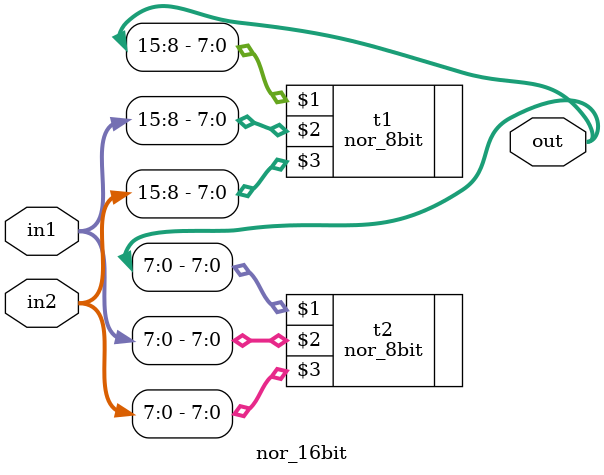
<source format=v>
module nor_16bit(out,in1,in2);
input [15:0] in1, in2;
output [15:0] out;

nor_8bit t1(out[15:8], in1[15:8], in2[15:8]);
nor_8bit t2(out[7:0], in1[7:0], in2[7:0]);

endmodule
</source>
